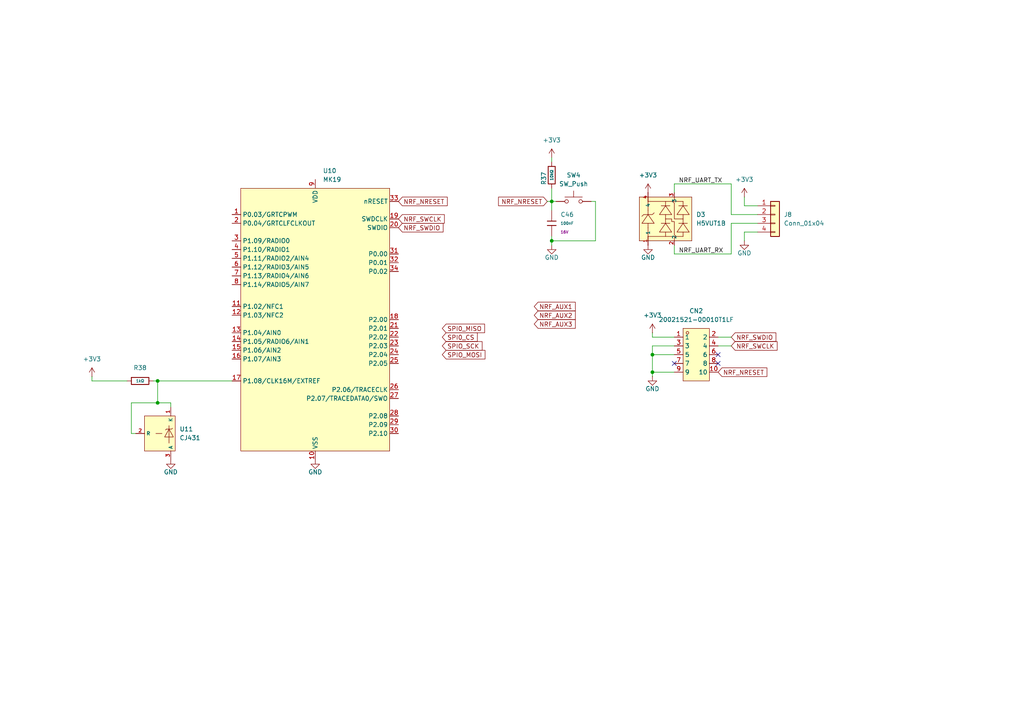
<source format=kicad_sch>
(kicad_sch (version 20231120) (generator "eeschema") (generator_version "8.0")
  (paper "A4")
  (lib_symbols
    (symbol "Connector_Generic:Conn_01x04" (pin_names (offset 1.016) hide)
      (property "Reference" "J" (at 0 5.08 0))
      (property "Value" "Conn_01x04" (at 0 -7.62 0))
      (symbol "Conn_01x04_1_1"
        (rectangle (start -1.27 -4.953) (end 0 -5.207) (stroke (width 0.1524)))
        (rectangle (start -1.27 -2.413) (end 0 -2.667) (stroke (width 0.1524)))
        (rectangle (start -1.27 0.127) (end 0 -0.127) (stroke (width 0.1524)))
        (rectangle (start -1.27 2.667) (end 0 2.413) (stroke (width 0.1524)))
        (rectangle (start -1.27 3.81) (end 1.27 -6.35) (stroke (width 0.254)) (fill (type background)))
        (pin passive line (at -5.08 2.54 0) (length 3.81) (name "Pin_1") (number "1"))
        (pin passive line (at -5.08 0 0) (length 3.81) (name "Pin_2") (number "2"))
        (pin passive line (at -5.08 -2.54 0) (length 3.81) (name "Pin_3") (number "3"))
        (pin passive line (at -5.08 -5.08 0) (length 3.81) (name "Pin_4") (number "4"))
      )
    )
    (symbol "JLCPCB-Capacitors:0402,100nF" (pin_numbers hide) (pin_names (offset 0))
      (property "Reference" "C" (at 2.032 1.668 0))
      (property "Value" "100nF" (at 2.032 -0.3782 0))
      (property "Voltage Rated" "16V" (at 2.032 -2.0462 0))
      (symbol "0402,100nF_0_1"
        (polyline (pts (xy -1.27 -0.635) (xy 1.27 -0.635)) (stroke (width 0.254)))
        (polyline (pts (xy -1.27 0.635) (xy 1.27 0.635)) (stroke (width 0.254)))
      )
      (symbol "0402,100nF_1_1"
        (pin passive line (at 0 3.81 270) (length 3.175) (name "~") (number "1"))
        (pin passive line (at 0 -3.81 90) (length 3.175) (name "~") (number "2"))
      )
    )
    (symbol "JLCPCB-Diode-Packages:Package, H5VUT1B"
      (property "Reference" "D" (at 0 1.27 0))
      (property "Value" "H5VUT1B" (at 0 -2.54 0))
      (symbol "Package, H5VUT1B_0_1"
        (rectangle (start -7.62 6.35) (end 7.62 -6.35) (fill (type background)))
        (polyline (pts (xy -5.08 -5.08) (xy 5.08 -5.08)))
        (polyline (pts (xy -5.08 -2.54) (xy -5.08 -5.08)))
        (polyline (pts (xy -5.08 -2.54) (xy -5.08 -1.27)))
        (polyline (pts (xy -5.08 1.27) (xy -5.08 2.54)))
        (polyline (pts (xy -5.08 2.54) (xy -5.08 5.08)))
        (polyline (pts (xy -5.08 5.08) (xy 5.08 5.08)))
        (polyline (pts (xy 0 -5.08) (xy 0 -3.81)))
        (polyline (pts (xy 0 -1.27) (xy 0 0)))
        (polyline (pts (xy 0 0) (xy 0 1.27)))
        (polyline (pts (xy 0 3.81) (xy 0 5.08)))
        (polyline (pts (xy 1.27 -1.27) (xy -1.27 -1.27)))
        (polyline (pts (xy 1.27 3.81) (xy -1.27 3.81)))
        (polyline (pts (xy 5.08 -5.08) (xy 5.08 -3.81)))
        (polyline (pts (xy 5.08 -1.27) (xy 5.08 0)))
        (polyline (pts (xy 5.08 0) (xy 5.08 1.27)))
        (polyline (pts (xy 5.08 3.81) (xy 5.08 5.08)))
        (polyline (pts (xy 6.35 -1.27) (xy 3.81 -1.27)))
        (polyline (pts (xy 6.35 3.81) (xy 3.81 3.81)))
        (polyline (pts (xy -3.302 -1.27) (xy -5.08 1.27) (xy -6.858 -1.27) (xy -3.302 -1.27)) (fill (type background)))
        (polyline (pts (xy -3.302 1.778) (xy -3.81 1.27) (xy -6.35 1.27) (xy -6.858 0.762)))
        (polyline (pts (xy 1.778 -3.81) (xy 0 -1.27) (xy -1.778 -3.81) (xy 1.778 -3.81)) (fill (type background)))
        (polyline (pts (xy 1.778 1.27) (xy 0 3.81) (xy -1.778 1.27) (xy 1.778 1.27)) (fill (type background)))
        (polyline (pts (xy 6.858 -3.81) (xy 5.08 -1.27) (xy 3.302 -3.81) (xy 6.858 -3.81)) (fill (type background)))
        (polyline (pts (xy 6.858 1.27) (xy 5.08 3.81) (xy 3.302 1.27) (xy 6.858 1.27)) (fill (type background)))
        (polyline (pts (xy 5.08 0) (xy 2.54 0) (xy 2.54 4.572) (xy 2.032 5.08) (xy 2.54 5.588) (xy 2.54 6.35)))
        (polyline (pts (xy 0 0) (xy 1.778 0) (xy 1.778 -0.762) (xy 2.54 -0.762) (xy 2.54 -4.572) (xy 3.048 -5.08) (xy 2.54 -5.588) (xy 2.54 -6.35)))
        (pin unspecified line (at -5.08 -7.62 90) (length 2.54) (name "1") (number "1"))
        (pin unspecified line (at 2.54 -7.62 90) (length 1.27) (name "2") (number "2"))
        (pin unspecified line (at 2.54 7.62 270) (length 1.27) (name "3") (number "3"))
        (pin unspecified line (at -5.08 7.62 270) (length 2.54) (name "4") (number "4"))
      )
    )
    (symbol "JLCPCB-Power:Ref, 2-36V, 100mA, CJ431"
      (property "Reference" "U" (at 0 1.27 0))
      (property "Value" "CJ431" (at -3.048 7.366 0))
      (symbol "Ref, 2-36V, 100mA, CJ431_0_1"
        (rectangle (start -2.54 5.08) (end 6.35 -5.08) (fill (type background)))
        (polyline (pts (xy 0.762 0) (xy 2.54 0)))
        (polyline (pts (xy 3.81 1.27) (xy 3.556 1.016)))
        (polyline (pts (xy 4.572 2.286) (xy 4.572 -2.794)))
        (polyline (pts (xy 3.81 1.27) (xy 5.334 1.27) (xy 5.588 1.524)))
        (polyline (pts (xy 4.572 1.27) (xy 3.302 -1.016) (xy 5.842 -1.016) (xy 4.572 1.27)))
      )
      (symbol "Ref, 2-36V, 100mA, CJ431_1_1"
        (pin unspecified line (at 5.08 7.62 270) (length 2.56) (name "K") (number "1"))
        (pin unspecified line (at -5.08 0 0) (length 2.56) (name "R") (number "2"))
        (pin unspecified line (at 5.08 -7.62 90) (length 2.56) (name "A") (number "3"))
      )
    )
    (symbol "JLCPCB-Resistors:0402,10kΩ" (pin_numbers hide) (pin_names (offset 0))
      (property "Reference" "R" (at 1.778 0 0))
      (property "Value" "10kΩ" (at 0 0 90))
      (symbol "0402,10kΩ_0_1"
        (rectangle (start -1.016 2.54) (end 1.016 -2.54) (stroke (width 0.254)))
      )
      (symbol "0402,10kΩ_1_1"
        (pin passive line (at 0 3.81 270) (length 1.27) (name "~") (number "1"))
        (pin passive line (at 0 -3.81 90) (length 1.27) (name "~") (number "2"))
      )
    )
    (symbol "JLCPCB-Resistors:0402,1kΩ" (pin_numbers hide) (pin_names (offset 0))
      (property "Reference" "R" (at 1.778 0 0))
      (property "Value" "1kΩ" (at 0 0 90))
      (symbol "0402,1kΩ_0_1"
        (rectangle (start -1.016 2.54) (end 1.016 -2.54) (stroke (width 0.254)))
      )
      (symbol "0402,1kΩ_1_1"
        (pin passive line (at 0 3.81 270) (length 1.27) (name "~") (number "1"))
        (pin passive line (at 0 -3.81 90) (length 1.27) (name "~") (number "2"))
      )
    )
    (symbol "RF_Module:NRF54L15-MOKO-MK19"
      (property "Reference" "U" (at -20.32 43.18 0))
      (property "Value" "MK19" (at -20.32 40.64 0))
      (symbol "NRF54L15-MOKO-MK19_0_0"
        (pin bidirectional line (at -24.13 30.48 0) (length 2.54) (name "P0.03/GRTCPWM") (number "1"))
        (pin power_in line (at 0 -40.64 90) (length 2.54) (name "VSS") (number "10"))
        (pin bidirectional line (at -24.13 3.81 0) (length 2.54) (name "P1.02/NFC1") (number "11"))
        (pin bidirectional line (at -24.13 1.27 0) (length 2.54) (name "P1.03/NFC2") (number "12"))
        (pin bidirectional line (at -24.13 -17.78 0) (length 2.54) (name "P1.08/CLK16M/EXTREF") (number "17"))
        (pin bidirectional line (at 24.13 0 180) (length 2.54) (name "P2.00") (number "18"))
        (pin bidirectional line (at 24.13 29.21 180) (length 2.54) (name "SWDCLK") (number "19"))
        (pin bidirectional line (at -24.13 27.94 0) (length 2.54) (name "P0.04/GRTCLFCLKOUT") (number "2"))
        (pin bidirectional line (at 24.13 26.67 180) (length 2.54) (name "SWDIO") (number "20"))
        (pin bidirectional line (at 24.13 -2.54 180) (length 2.54) (name "P2.01") (number "21"))
        (pin bidirectional line (at 24.13 -5.08 180) (length 2.54) (name "P2.02") (number "22"))
        (pin bidirectional line (at 24.13 -7.62 180) (length 2.54) (name "P2.03") (number "23"))
        (pin bidirectional line (at 24.13 -10.16 180) (length 2.54) (name "P2.04") (number "24"))
        (pin bidirectional line (at 24.13 -12.7 180) (length 2.54) (name "P2.05") (number "25"))
        (pin bidirectional line (at 24.13 -20.32 180) (length 2.54) (name "P2.06/TRACECLK") (number "26"))
        (pin bidirectional line (at 24.13 -27.94 180) (length 2.54) (name "P2.08") (number "28"))
        (pin bidirectional line (at 24.13 -30.48 180) (length 2.54) (name "P2.09") (number "29"))
        (pin bidirectional line (at 24.13 -33.02 180) (length 2.54) (name "P2.10") (number "30"))
        (pin bidirectional line (at 24.13 19.05 180) (length 2.54) (name "P0.00") (number "31"))
        (pin bidirectional line (at 24.13 16.51 180) (length 2.54) (name "P0.01") (number "32"))
        (pin bidirectional line (at 24.13 34.29 180) (length 2.54) (name "nRESET") (number "33"))
        (pin bidirectional line (at 24.13 13.97 180) (length 2.54) (name "P0.02") (number "34"))
        (pin bidirectional line (at -24.13 10.16 0) (length 2.54) (name "P1.14/RADIO5/AIN7") (number "8"))
        (pin power_in line (at 0 40.64 270) (length 2.54) (name "VDD") (number "9"))
      )
      (symbol "NRF54L15-MOKO-MK19_1_0"
        (pin bidirectional line (at -24.13 -3.81 0) (length 2.54) (name "P1.04/AIN0") (number "13"))
        (pin bidirectional line (at -24.13 -6.35 0) (length 2.54) (name "P1.05/RADIO6/AIN1") (number "14"))
        (pin bidirectional line (at -24.13 -8.89 0) (length 2.54) (name "P1.06/AIN2") (number "15"))
        (pin bidirectional line (at -24.13 -11.43 0) (length 2.54) (name "P1.07/AIN3") (number "16"))
        (pin bidirectional line (at 24.13 -22.86 180) (length 2.54) (name "P2.07/TRACEDATA0/SWO") (number "27"))
        (pin bidirectional line (at -24.13 22.86 0) (length 2.54) (name "P1.09/RADIO0") (number "3"))
        (pin bidirectional line (at -24.13 20.32 0) (length 2.54) (name "P1.10/RADIO1") (number "4"))
        (pin bidirectional line (at -24.13 17.78 0) (length 2.54) (name "P1.11/RADIO2/AIN4") (number "5"))
        (pin bidirectional line (at -24.13 15.24 0) (length 2.54) (name "P1.12/RADIO3/AIN5") (number "6"))
        (pin bidirectional line (at -24.13 12.7 0) (length 2.54) (name "P1.13/RADIO4/AIN6") (number "7"))
      )
      (symbol "NRF54L15-MOKO-MK19_1_1"
        (rectangle (start -21.59 38.1) (end 21.59 -38.1) (fill (type background)))
      )
    )
    (symbol "Switch:SW_Push" (pin_numbers hide) (pin_names (offset 1.016) hide)
      (property "Reference" "SW" (at 1.27 2.54 0))
      (property "Value" "SW_Push" (at 0 -1.524 0))
      (symbol "SW_Push_0_1"
        (circle (center -2.032 0) (radius 0.508))
        (polyline (pts (xy 0 1.27) (xy 0 3.048)))
        (polyline (pts (xy 2.54 1.27) (xy -2.54 1.27)))
        (circle (center 2.032 0) (radius 0.508))
        (pin passive line (at -5.08 0 0) (length 2.54) (name "1") (number "1"))
        (pin passive line (at 5.08 0 180) (length 2.54) (name "2") (number "2"))
      )
    )
    (symbol "easyeda2kicad:20021521-00010T1LF"
      (property "Reference" "CN" (at 0 10.16 0))
      (property "Value" "20021521-00010T1LF" (at 0 -10.16 0))
      (symbol "20021521-00010T1LF_0_1"
        (rectangle (start -3.81 7.62) (end 3.81 -7.62) (fill (type background)))
        (circle (center -2.54 6.35) (radius 0.38))
        (pin unspecified line (at -6.35 5.08 0) (length 2.54) (name "1") (number "1"))
        (pin unspecified line (at 6.35 -5.08 180) (length 2.54) (name "10") (number "10"))
        (pin unspecified line (at 6.35 5.08 180) (length 2.54) (name "2") (number "2"))
        (pin unspecified line (at -6.35 2.54 0) (length 2.54) (name "3") (number "3"))
        (pin unspecified line (at 6.35 2.54 180) (length 2.54) (name "4") (number "4"))
        (pin unspecified line (at -6.35 0 0) (length 2.54) (name "5") (number "5"))
        (pin unspecified line (at 6.35 0 180) (length 2.54) (name "6") (number "6"))
        (pin unspecified line (at -6.35 -2.54 0) (length 2.54) (name "7") (number "7"))
        (pin unspecified line (at 6.35 -2.54 180) (length 2.54) (name "8") (number "8"))
        (pin unspecified line (at -6.35 -5.08 0) (length 2.54) (name "9") (number "9"))
      )
    )
    (symbol "power:+3V3" (power) (pin_numbers hide) (pin_names (offset 0) hide)
      (property "Value" "+3V3" (at 0 3.556 0))
      (symbol "+3V3_0_1"
        (polyline (pts (xy -0.762 1.27) (xy 0 2.54)))
        (polyline (pts (xy 0 0) (xy 0 2.54)))
        (polyline (pts (xy 0 2.54) (xy 0.762 1.27)))
      )
      (symbol "+3V3_1_1"
        (pin power_in line (at 0 0 90) (length 0) (name "~") (number "1"))
      )
    )
    (symbol "power:GND" (power) (pin_numbers hide) (pin_names (offset 0) hide)
      (property "Value" "GND" (at 0 -3.81 0))
      (symbol "GND_0_1"
        (polyline (pts (xy 0 0) (xy 0 -1.27) (xy 1.27 -1.27) (xy 0 -2.54) (xy -1.27 -1.27) (xy 0 -1.27)))
      )
      (symbol "GND_1_1"
        (pin power_in line (at 0 0 270) (length 0) (name "~") (number "1"))
      )
    )
  )
  (junction (at 189.23 107.95))
  (junction (at 45.72 110.49))
  (junction (at 45.72 116.84))
  (junction (at 160.02 58.42))
  (junction (at 160.02 69.85))
  (junction (at 189.23 102.87))
  (no_connect (at 208.28 102.87))
  (no_connect (at 195.58 105.41))
  (no_connect (at 208.28 105.41))
  (wire (pts (xy 39.37 125.73) (xy 38.1 125.73)))
  (wire (pts (xy 195.58 53.34) (xy 195.58 55.88)))
  (wire (pts (xy 212.09 62.23) (xy 212.09 53.34)))
  (wire (pts (xy 36.83 110.49) (xy 26.67 110.49)))
  (wire (pts (xy 38.1 116.84) (xy 45.72 116.84)))
  (wire (pts (xy 45.72 110.49) (xy 45.72 116.84)))
  (wire (pts (xy 44.45 110.49) (xy 45.72 110.49)))
  (wire (pts (xy 189.23 107.95) (xy 189.23 109.22)))
  (wire (pts (xy 215.9 57.15) (xy 215.9 59.69)))
  (wire (pts (xy 158.75 58.42) (xy 160.02 58.42)))
  (wire (pts (xy 189.23 96.52) (xy 189.23 97.79)))
  (wire (pts (xy 160.02 54.61) (xy 160.02 58.42)))
  (wire (pts (xy 219.71 59.69) (xy 215.9 59.69)))
  (wire (pts (xy 160.02 69.85) (xy 172.72 69.85)))
  (wire (pts (xy 195.58 97.79) (xy 189.23 97.79)))
  (wire (pts (xy 172.72 58.42) (xy 171.45 58.42)))
  (wire (pts (xy 219.71 62.23) (xy 212.09 62.23)))
  (wire (pts (xy 212.09 53.34) (xy 195.58 53.34)))
  (wire (pts (xy 49.53 116.84) (xy 49.53 118.11)))
  (wire (pts (xy 195.58 73.66) (xy 212.09 73.66)))
  (wire (pts (xy 212.09 100.33) (xy 208.28 100.33)))
  (wire (pts (xy 160.02 58.42) (xy 161.29 58.42)))
  (wire (pts (xy 160.02 71.12) (xy 160.02 69.85)))
  (wire (pts (xy 219.71 67.31) (xy 215.9 67.31)))
  (wire (pts (xy 212.09 97.79) (xy 208.28 97.79)))
  (wire (pts (xy 160.02 58.42) (xy 160.02 60.96)))
  (wire (pts (xy 212.09 64.77) (xy 219.71 64.77)))
  (wire (pts (xy 215.9 67.31) (xy 215.9 69.85)))
  (wire (pts (xy 189.23 102.87) (xy 195.58 102.87)))
  (wire (pts (xy 160.02 45.72) (xy 160.02 46.99)))
  (wire (pts (xy 160.02 68.58) (xy 160.02 69.85)))
  (wire (pts (xy 172.72 69.85) (xy 172.72 58.42)))
  (wire (pts (xy 195.58 100.33) (xy 189.23 100.33)))
  (wire (pts (xy 26.67 110.49) (xy 26.67 109.22)))
  (wire (pts (xy 195.58 71.12) (xy 195.58 73.66)))
  (wire (pts (xy 45.72 110.49) (xy 67.31 110.49)))
  (wire (pts (xy 38.1 125.73) (xy 38.1 116.84)))
  (wire (pts (xy 49.53 116.84) (xy 45.72 116.84)))
  (wire (pts (xy 212.09 73.66) (xy 212.09 64.77)))
  (wire (pts (xy 189.23 102.87) (xy 189.23 107.95)))
  (wire (pts (xy 189.23 100.33) (xy 189.23 102.87)))
  (wire (pts (xy 189.23 107.95) (xy 195.58 107.95)))
  (label "NRF_UART_RX" (at 196.85 73.66 0))
  (label "NRF_UART_TX" (at 196.85 53.34 0))
  (global_label "SPI0_MISO" (shape input) (at 128.27 95.25 0) (property "Intersheetrefs" "${INTERSHEET_REFS}" (effects (hide yes))))
  (global_label "SPI0_CS" (shape input) (at 128.27 97.79 0) (property "Intersheetrefs" "${INTERSHEET_REFS}" (effects (hide yes))))
  (global_label "SPIO_MOSI" (shape input) (at 128.27 102.87 0) (property "Intersheetrefs" "${INTERSHEET_REFS}" (effects (hide yes))))
  (global_label "NRF_SWDIO" (shape input) (at 212.09 97.79 0) (property "Intersheetrefs" "${INTERSHEET_REFS}" (effects (hide yes))))
  (global_label "NRF_NRESET" (shape input) (at 208.28 107.95 0) (property "Intersheetrefs" "${INTERSHEET_REFS}" (effects (hide yes))))
  (global_label "SPIO_SCK" (shape input) (at 128.27 100.33 0) (property "Intersheetrefs" "${INTERSHEET_REFS}" (effects (hide yes))))
  (global_label "NRF_NRESET" (shape input) (at 158.75 58.42 180) (property "Intersheetrefs" "${INTERSHEET_REFS}" (effects (hide yes))))
  (global_label "NRF_SWDIO" (shape input) (at 115.57 66.04 0) (property "Intersheetrefs" "${INTERSHEET_REFS}" (effects (hide yes))))
  (global_label "NRF_SWCLK" (shape input) (at 115.57 63.5 0) (property "Intersheetrefs" "${INTERSHEET_REFS}" (effects (hide yes))))
  (global_label "NRF_SWCLK" (shape input) (at 212.09 100.33 0) (property "Intersheetrefs" "${INTERSHEET_REFS}" (effects (hide yes))))
  (global_label "NRF_AUX1" (shape input) (at 154.94 88.9 0) (property "Intersheetrefs" "${INTERSHEET_REFS}" (effects (hide yes))))
  (global_label "NRF_AUX2" (shape input) (at 154.94 91.44 0) (property "Intersheetrefs" "${INTERSHEET_REFS}" (effects (hide yes))))
  (global_label "NRF_NRESET" (shape input) (at 115.57 58.42 0) (property "Intersheetrefs" "${INTERSHEET_REFS}" (effects (hide yes))))
  (global_label "NRF_AUX3" (shape input) (at 154.94 93.98 0) (property "Intersheetrefs" "${INTERSHEET_REFS}" (effects (hide yes))))
  (symbol (lib_id "JLCPCB-Power:Ref, 2-36V, 100mA, CJ431") (at 44.45 125.73 0) (unit 1)
    (property "Reference" "U11" (at 52.07 124.4599 0) (effects (justify left)))
    (property "Value" "CJ431" (at 52.07 126.9999 0) (effects (justify left)))
    (property "Footprint" "PCM_JLCPCB:SOT-23-3_L2.9-W1.6-P1.90-LS2.8-BR" (effects (hide yes)))
    (property "Datasheet" "https://www.lcsc.com/datasheet/lcsc_datasheet_2304140030_Jiangsu-Changjing-Electronics-Technology-Co---Ltd--CJ431_C3113.pdf" (effects (hide yes)))
    (property "Description" "2.5V~36V ±0.5% 100mA Adjustable SOT-23 Voltage Reference ROHS" (effects (hide yes)))
    (property "LCSC" "C3113" (effects (hide yes)))
    (property "Stock" "392733" (effects (hide yes)))
    (property "Price" "0.037USD" (effects (hide yes)))
    (property "Process" "SMT" (effects (hide yes)))
    (property "Minimum Qty" "5" (effects (hide yes)))
    (property "Attrition Qty" "4" (effects (hide yes)))
    (property "Class" "Basic Component" (effects (hide yes)))
    (property "Category" "Power Management ICs,Voltage References" (effects (hide yes)))
    (property "Manufacturer" "Changjiang Electronics Tech (CJ)" (effects (hide yes)))
    (property "Part" "CJ431" (effects (hide yes)))
    (property "Output Voltage" "2.5V~36V" (effects (hide yes)))
    (property "Temperature Coefficient" "50ppm/°C" (effects (hide yes)))
    (property "Minimum Cathode Current For Regulation" "1mA" (effects (hide yes)))
    (property "Tolerance" "±0.5%" (effects (hide yes)))
    (property "Output Current" "100mA" (effects (hide yes)))
    (property "Output Type" "Adjustable" (effects (hide yes)))
    (property "Operating Temperature" "-25°C~+85°C@(Ta)" (effects (hide yes)))
  )
  (symbol (lib_id "power:+3V3") (at 215.9 57.15 0) (unit 1)
    (property "Reference" "#PWR077" (effects (hide yes)))
    (property "Value" "+3V3" (at 215.9 52.07 0))
    (property "Description" "Power symbol creates a global label with name \"+3V3\"" (effects (hide yes)))
  )
  (symbol (lib_id "power:GND") (at 91.44 133.35 0) (unit 1)
    (property "Reference" "#PWR058" (effects (hide yes)))
    (property "Value" "GND" (at 91.44 136.906 0))
    (property "Description" "Power symbol creates a global label with name \"GND\" , ground" (effects (hide yes)))
  )
  (symbol (lib_id "JLCPCB-Resistors:0402,1kΩ") (at 40.64 110.49 270) (unit 1)
    (property "Reference" "R38" (at 40.64 106.68 90))
    (property "Value" "1kΩ" (at 40.64 110.49 90) (effects (font (size 0.8 0.8))))
    (property "Footprint" "PCM_JLCPCB:R_0402" (effects (hide yes)))
    (property "Datasheet" "https://www.lcsc.com/datasheet/lcsc_datasheet_2206010216_UNI-ROYAL-Uniroyal-Elec-0402WGF1001TCE_C11702.pdf" (effects (hide yes)))
    (property "Description" "62.5mW Thick Film Resistors 50V ±100ppm/°C ±1% 1kΩ 0402 Chip Resistor - Surface Mount ROHS" (effects (hide yes)))
    (property "LCSC" "C11702" (effects (hide yes)))
    (property "Stock" "8409464" (effects (hide yes)))
    (property "Price" "0.004USD" (effects (hide yes)))
    (property "Process" "SMT" (effects (hide yes)))
    (property "Minimum Qty" "20" (effects (hide yes)))
    (property "Attrition Qty" "10" (effects (hide yes)))
    (property "Class" "Basic Component" (effects (hide yes)))
    (property "Category" "Resistors,Chip Resistor - Surface Mount" (effects (hide yes)))
    (property "Manufacturer" "UNI-ROYAL(Uniroyal Elec)" (effects (hide yes)))
    (property "Part" "0402WGF1001TCE" (effects (hide yes)))
    (property "Resistance" "1kΩ" (effects (hide yes)))
    (property "Power(Watts)" "62.5mW" (effects (hide yes)))
    (property "Type" "Thick Film Resistors" (effects (hide yes)))
    (property "Overload Voltage (Max)" "50V" (effects (hide yes)))
    (property "Operating Temperature Range" "-55°C~+155°C" (effects (hide yes)))
    (property "Tolerance" "±1%" (effects (hide yes)))
    (property "Temperature Coefficient" "±100ppm/°C" (effects (hide yes)))
  )
  (symbol (lib_id "power:GND") (at 49.53 133.35 0) (unit 1)
    (property "Reference" "#PWR059" (effects (hide yes)))
    (property "Value" "GND" (at 49.53 136.906 0))
    (property "Description" "Power symbol creates a global label with name \"GND\" , ground" (effects (hide yes)))
  )
  (symbol (lib_id "Switch:SW_Push") (at 166.37 58.42 0) (unit 1)
    (property "Reference" "SW4" (at 166.37 50.8 0))
    (property "Value" "SW_Push" (at 166.37 53.34 0))
    (property "Footprint" "Button_Switch_THT:SW_PUSH_1P1T_6x3.5mm_H4.3_APEM_MJTP1243" (effects (hide yes)))
    (property "Description" "Push button switch, generic, two pins" (effects (hide yes)))
  )
  (symbol (lib_id "power:GND") (at 215.9 69.85 0) (unit 1)
    (property "Reference" "#PWR076" (effects (hide yes)))
    (property "Value" "GND" (at 215.9 73.406 0))
    (property "Description" "Power symbol creates a global label with name \"GND\" , ground" (effects (hide yes)))
  )
  (symbol (lib_id "JLCPCB-Resistors:0402,10kΩ") (at 160.02 50.8 180) (unit 1)
    (property "Reference" "R37" (at 157.734 49.784 90) (effects (justify left)))
    (property "Value" "10kΩ" (at 160.02 50.8 90) (effects (font (size 0.8 0.8))))
    (property "Footprint" "PCM_JLCPCB:R_0402" (effects (hide yes)))
    (property "Datasheet" "https://www.lcsc.com/datasheet/lcsc_datasheet_2411221126_UNI-ROYAL-Uniroyal-Elec-0402WGF1002TCE_C25744.pdf" (effects (hide yes)))
    (property "Description" "62.5mW Thick Film Resistors 50V ±100ppm/°C ±1% 10kΩ 0402 Chip Resistor - Surface Mount ROHS" (effects (hide yes)))
    (property "LCSC" "C25744" (effects (hide yes)))
    (property "Stock" "10996280" (effects (hide yes)))
    (property "Price" "0.004USD" (effects (hide yes)))
    (property "Process" "SMT" (effects (hide yes)))
    (property "Minimum Qty" "5" (effects (hide yes)))
    (property "Attrition Qty" "0" (effects (hide yes)))
    (property "Class" "Basic Component" (effects (hide yes)))
    (property "Category" "Resistors,Chip Resistor - Surface Mount" (effects (hide yes)))
    (property "Manufacturer" "UNI-ROYAL(Uniroyal Elec)" (effects (hide yes)))
    (property "Part" "0402WGF1002TCE" (effects (hide yes)))
    (property "Resistance" "10kΩ" (effects (hide yes)))
    (property "Power(Watts)" "62.5mW" (effects (hide yes)))
    (property "Type" "Thick Film Resistors" (effects (hide yes)))
    (property "Overload Voltage (Max)" "50V" (effects (hide yes)))
    (property "Operating Temperature Range" "-55°C~+155°C" (effects (hide yes)))
    (property "Tolerance" "±1%" (effects (hide yes)))
    (property "Temperature Coefficient" "±100ppm/°C" (effects (hide yes)))
  )
  (symbol (lib_id "power:GND") (at 160.02 71.12 0) (unit 1)
    (property "Reference" "#PWR068" (effects (hide yes)))
    (property "Value" "GND" (at 160.02 74.676 0))
    (property "Description" "Power symbol creates a global label with name \"GND\" , ground" (effects (hide yes)))
  )
  (symbol (lib_id "power:+3V3") (at 189.23 96.52 0) (unit 1)
    (property "Reference" "#PWR056" (effects (hide yes)))
    (property "Value" "+3V3" (at 189.23 91.44 0))
    (property "Description" "Power symbol creates a global label with name \"+3V3\"" (effects (hide yes)))
  )
  (symbol (lib_id "easyeda2kicad:20021521-00010T1LF") (at 201.93 102.87 0) (unit 1)
    (property "Reference" "CN2" (at 201.93 90.17 0))
    (property "Value" "20021521-00010T1LF" (at 201.93 92.71 0))
    (property "Footprint" "DigiKey:CONN_3220-10-0100-00_CNC" (effects (hide yes)))
    (property "LCSC Part" "C2972785" (effects (hide yes)))
  )
  (symbol (lib_id "Connector_Generic:Conn_01x04") (at 224.79 62.23 0) (unit 1)
    (property "Reference" "J8" (at 227.33 62.2299 0) (effects (justify left)))
    (property "Value" "Conn_01x04" (at 227.33 64.7699 0) (effects (justify left)))
    (property "Footprint" "Connector_PinHeader_2.54mm:PinHeader_1x04_P2.54mm_Vertical" (effects (hide yes)))
    (property "Description" "Generic connector, single row, 01x04, script generated (kicad-library-utils/schlib/autogen/connector/)" (effects (hide yes)))
  )
  (symbol (lib_id "power:GND") (at 189.23 109.22 0) (unit 1)
    (property "Reference" "#PWR057" (effects (hide yes)))
    (property "Value" "GND" (at 189.23 112.776 0))
    (property "Description" "Power symbol creates a global label with name \"GND\" , ground" (effects (hide yes)))
  )
  (symbol (lib_id "power:+3V3") (at 160.02 45.72 0) (unit 1)
    (property "Reference" "#PWR067" (effects (hide yes)))
    (property "Value" "+3V3" (at 160.02 40.64 0))
    (property "Description" "Power symbol creates a global label with name \"+3V3\"" (effects (hide yes)))
  )
  (symbol (lib_id "power:+3V3") (at 187.96 55.88 0) (unit 1)
    (property "Reference" "#PWR078" (effects (hide yes)))
    (property "Value" "+3V3" (at 187.96 50.8 0))
    (property "Description" "Power symbol creates a global label with name \"+3V3\"" (effects (hide yes)))
  )
  (symbol (lib_id "power:GND") (at 187.96 71.12 0) (unit 1)
    (property "Reference" "#PWR079" (effects (hide yes)))
    (property "Value" "GND" (at 187.96 74.676 0))
    (property "Description" "Power symbol creates a global label with name \"GND\" , ground" (effects (hide yes)))
  )
  (symbol (lib_id "JLCPCB-Diode-Packages:Package, H5VUT1B") (at 193.04 63.5 0) (unit 1)
    (property "Reference" "D3" (at 201.93 62.2299 0) (effects (justify left)))
    (property "Value" "H5VUT1B" (at 201.93 64.7699 0) (effects (justify left)))
    (property "Footprint" "PCM_JLCPCB:SOT-143-4_L2.9-W1.3-P1.90-LS2.4-BL-1" (effects (hide yes)))
    (property "Datasheet" "https://wmsc.lcsc.com/wmsc/upload/file/pdf/v2/lcsc/2405091603_hongjiacheng-H5VUT1B_C22395520.pdf" (effects (hide yes)))
    (property "Description" "5A 75W 15V 6V Bidirectional 5V SOT-143 ESD and Surge Protection (TVS/ESD) ROHS" (effects (hide yes)))
    (property "LCSC" "C22395520" (effects (hide yes)))
    (property "Stock" "5371" (effects (hide yes)))
    (property "Price" "0.052USD" (effects (hide yes)))
    (property "Process" "SMT" (effects (hide yes)))
    (property "Minimum Qty" "5" (effects (hide yes)))
    (property "Attrition Qty" "4" (effects (hide yes)))
    (property "Class" "Preferred Component" (effects (hide yes)))
    (property "Category" "Circuit Protection,ESD And Surge Protection (TVS/ESD)" (effects (hide yes)))
    (property "Manufacturer" "hongjiacheng" (effects (hide yes)))
    (property "Part" "H5VUT1B" (effects (hide yes)))
  )
  (symbol (lib_id "power:+3V3") (at 26.67 109.22 0) (unit 1)
    (property "Reference" "#PWR060" (effects (hide yes)))
    (property "Value" "+3V3" (at 26.67 104.14 0))
    (property "Description" "Power symbol creates a global label with name \"+3V3\"" (effects (hide yes)))
  )
  (symbol (lib_id "RF_Module:NRF54L15-MOKO-MK19") (at 91.44 92.71 0) (unit 1)
    (property "Reference" "U10" (at 93.6341 49.53 0) (effects (justify left)))
    (property "Value" "MK19" (at 93.6341 52.07 0) (effects (justify left)))
    (property "Footprint" "RF_Module:MokoSmart MK19" (effects (hide yes)))
    (property "Datasheet" "https://www.mokosmart.com/wp-content/uploads/2024/12/MK19-nRF54L15-Bluetooth-Module-Datasheet-V1.0.pdf" (effects (hide yes)))
    (property "Description" "Bluetooth 6.0 module with nRF54L15 SoC" (effects (hide yes)))
  )
  (symbol (lib_id "JLCPCB-Capacitors:0402,100nF") (at 160.02 64.77 0) (unit 1)
    (property "Reference" "C46" (at 162.56 62.2299 0) (effects (justify left)))
    (property "Value" "100nF" (at 162.56 64.77 0) (effects (font (size 0.8 0.8)) (justify left)))
    (property "Footprint" "PCM_JLCPCB:C_0402" (effects (hide yes)))
    (property "Datasheet" "https://www.lcsc.com/datasheet/lcsc_datasheet_2304140030_Samsung-Electro-Mechanics-CL05B104KO5NNNC_C1525.pdf" (effects (hide yes)))
    (property "Description" "16V 100nF X7R ±10% 0402 Multilayer Ceramic Capacitors MLCC - SMD/SMT ROHS" (effects (hide yes)))
    (property "LCSC" "C1525" (effects (hide yes)))
    (property "Stock" "13402660" (effects (hide yes)))
    (property "Price" "0.004USD" (effects (hide yes)))
    (property "Process" "SMT" (effects (hide yes)))
    (property "Minimum Qty" "20" (effects (hide yes)))
    (property "Attrition Qty" "10" (effects (hide yes)))
    (property "Class" "Basic Component" (effects (hide yes)))
    (property "Category" "Capacitors,Multilayer Ceramic Capacitors MLCC - SMD/SMT" (effects (hide yes)))
    (property "Manufacturer" "Samsung Electro-Mechanics" (effects (hide yes)))
    (property "Part" "CL05B104KO5NNNC" (effects (hide yes)))
    (property "Voltage Rated" "16V" (at 162.56 67.31 0) (effects (font (size 0.8 0.8)) (justify left)))
    (property "Tolerance" "±10%" (effects (hide yes)))
    (property "Capacitance" "100nF" (effects (hide yes)))
    (property "Temperature Coefficient" "X7R" (effects (hide yes)))
  )
)
</source>
